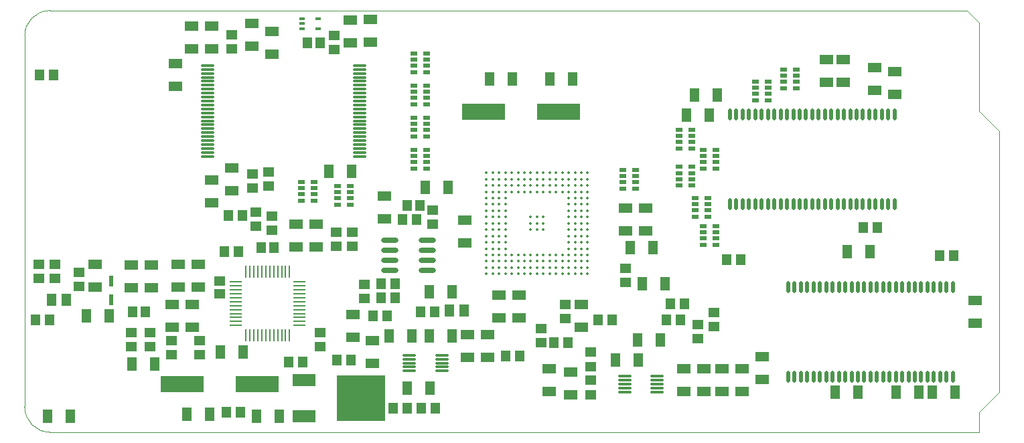
<source format=gtp>
%FSLAX25Y25*%
%MOIN*%
G70*
G01*
G75*
G04 Layer_Color=8421504*
%ADD10C,0.01400*%
%ADD11R,0.11811X0.06299*%
%ADD12R,0.24410X0.22835*%
%ADD13R,0.05118X0.07087*%
%ADD14R,0.03543X0.01969*%
%ADD15O,0.06693X0.01181*%
%ADD16R,0.07087X0.05118*%
%ADD17R,0.04724X0.05512*%
%ADD18R,0.05512X0.04724*%
%ADD19R,0.21654X0.07874*%
%ADD20O,0.02165X0.05906*%
%ADD21O,0.00984X0.06102*%
%ADD22O,0.06102X0.00984*%
%ADD23R,0.02165X0.05709*%
%ADD24R,0.05118X0.05906*%
%ADD25R,0.02756X0.01575*%
%ADD26O,0.08661X0.02362*%
%ADD27C,0.01000*%
%ADD28C,0.00500*%
%ADD29C,0.02000*%
%ADD30C,0.00300*%
%ADD31C,0.07874*%
%ADD32R,0.05906X0.05906*%
%ADD33C,0.05906*%
%ADD34C,0.06000*%
%ADD35C,0.08700*%
%ADD36C,0.07500*%
%ADD37O,0.10000X0.05000*%
%ADD38C,0.03000*%
%ADD39C,0.02000*%
%ADD40C,0.12500*%
%ADD41C,0.04000*%
%ADD42C,0.07400*%
G04:AMPARAMS|DCode=43|XSize=90mil|YSize=90mil|CornerRadius=0mil|HoleSize=0mil|Usage=FLASHONLY|Rotation=0.000|XOffset=0mil|YOffset=0mil|HoleType=Round|Shape=Relief|Width=8mil|Gap=10mil|Entries=4|*
%AMTHD43*
7,0,0,0.09000,0.07000,0.00800,45*
%
%ADD43THD43*%
%ADD44C,0.05943*%
G04:AMPARAMS|DCode=45|XSize=75.433mil|YSize=75.433mil|CornerRadius=0mil|HoleSize=0mil|Usage=FLASHONLY|Rotation=0.000|XOffset=0mil|YOffset=0mil|HoleType=Round|Shape=Relief|Width=8mil|Gap=10mil|Entries=4|*
%AMTHD45*
7,0,0,0.07543,0.05543,0.00800,45*
%
%ADD45THD45*%
%ADD46C,0.07100*%
%ADD47C,0.12400*%
%ADD48C,0.05900*%
%ADD49C,0.08600*%
%ADD50C,0.15200*%
G04:AMPARAMS|DCode=51|XSize=75mil|YSize=75mil|CornerRadius=0mil|HoleSize=0mil|Usage=FLASHONLY|Rotation=0.000|XOffset=0mil|YOffset=0mil|HoleType=Round|Shape=Relief|Width=8mil|Gap=10mil|Entries=4|*
%AMTHD51*
7,0,0,0.07500,0.05500,0.00800,45*
%
%ADD51THD51*%
G04:AMPARAMS|DCode=52|XSize=56mil|YSize=56mil|CornerRadius=0mil|HoleSize=0mil|Usage=FLASHONLY|Rotation=0.000|XOffset=0mil|YOffset=0mil|HoleType=Round|Shape=Relief|Width=8mil|Gap=10mil|Entries=4|*
%AMTHD52*
7,0,0,0.05600,0.03600,0.00800,45*
%
%ADD52THD52*%
%ADD53C,0.04000*%
%ADD54C,0.03400*%
G04:AMPARAMS|DCode=55|XSize=50mil|YSize=50mil|CornerRadius=0mil|HoleSize=0mil|Usage=FLASHONLY|Rotation=0.000|XOffset=0mil|YOffset=0mil|HoleType=Round|Shape=Relief|Width=8mil|Gap=10mil|Entries=4|*
%AMTHD55*
7,0,0,0.05000,0.03000,0.00800,45*
%
%ADD55THD55*%
%ADD56C,0.14900*%
%ADD57R,0.02402X0.09843*%
%ADD58C,0.01969*%
%ADD59C,0.00984*%
%ADD60C,0.02362*%
%ADD61C,0.00394*%
%ADD62C,0.00787*%
D10*
X615197Y254614D02*
D03*
X574252Y242016D02*
D03*
X564803Y254614D02*
D03*
Y251464D02*
D03*
Y248315D02*
D03*
Y245165D02*
D03*
Y242016D02*
D03*
Y238866D02*
D03*
Y235716D02*
D03*
Y232567D02*
D03*
Y229417D02*
D03*
Y226268D02*
D03*
Y223118D02*
D03*
Y219968D02*
D03*
Y216819D02*
D03*
Y213669D02*
D03*
Y210520D02*
D03*
Y207370D02*
D03*
Y204220D02*
D03*
X590000Y254614D02*
D03*
Y251464D02*
D03*
Y248315D02*
D03*
Y245165D02*
D03*
Y232567D02*
D03*
Y229417D02*
D03*
Y226268D02*
D03*
Y213669D02*
D03*
Y210520D02*
D03*
Y207370D02*
D03*
Y204220D02*
D03*
X586850D02*
D03*
Y207370D02*
D03*
Y210520D02*
D03*
Y213669D02*
D03*
Y226268D02*
D03*
Y229417D02*
D03*
Y232567D02*
D03*
Y245165D02*
D03*
Y248315D02*
D03*
Y251464D02*
D03*
Y254614D02*
D03*
X580551D02*
D03*
Y251464D02*
D03*
Y248315D02*
D03*
Y245165D02*
D03*
Y213669D02*
D03*
Y210520D02*
D03*
Y207370D02*
D03*
Y204220D02*
D03*
X583701D02*
D03*
Y207370D02*
D03*
Y210520D02*
D03*
Y213669D02*
D03*
Y245165D02*
D03*
Y248315D02*
D03*
Y251464D02*
D03*
Y254614D02*
D03*
X571102D02*
D03*
Y251464D02*
D03*
Y248315D02*
D03*
Y245165D02*
D03*
Y242016D02*
D03*
Y238866D02*
D03*
Y235716D02*
D03*
Y232567D02*
D03*
Y229417D02*
D03*
Y226268D02*
D03*
Y223118D02*
D03*
Y219968D02*
D03*
Y216819D02*
D03*
Y213669D02*
D03*
Y210520D02*
D03*
Y207370D02*
D03*
Y204220D02*
D03*
X567953D02*
D03*
Y207370D02*
D03*
Y210520D02*
D03*
Y213669D02*
D03*
Y216819D02*
D03*
Y219968D02*
D03*
Y223118D02*
D03*
Y226268D02*
D03*
Y229417D02*
D03*
Y232567D02*
D03*
Y235716D02*
D03*
Y238866D02*
D03*
Y242016D02*
D03*
Y245165D02*
D03*
Y248315D02*
D03*
Y251464D02*
D03*
Y254614D02*
D03*
X574252D02*
D03*
Y251464D02*
D03*
Y248315D02*
D03*
Y245165D02*
D03*
Y238866D02*
D03*
Y235716D02*
D03*
Y232567D02*
D03*
Y229417D02*
D03*
Y226268D02*
D03*
Y223118D02*
D03*
Y219968D02*
D03*
Y216819D02*
D03*
Y213669D02*
D03*
Y210520D02*
D03*
Y207370D02*
D03*
Y204220D02*
D03*
X577402D02*
D03*
Y207370D02*
D03*
Y210520D02*
D03*
Y213669D02*
D03*
Y245165D02*
D03*
Y248315D02*
D03*
Y251464D02*
D03*
Y254614D02*
D03*
X602598D02*
D03*
Y251464D02*
D03*
Y248315D02*
D03*
Y245165D02*
D03*
Y213669D02*
D03*
Y210520D02*
D03*
Y207370D02*
D03*
Y204220D02*
D03*
X599449D02*
D03*
Y207370D02*
D03*
Y210520D02*
D03*
Y213669D02*
D03*
Y245165D02*
D03*
Y248315D02*
D03*
Y251464D02*
D03*
Y254614D02*
D03*
X593150D02*
D03*
Y251464D02*
D03*
Y248315D02*
D03*
Y245165D02*
D03*
Y232567D02*
D03*
Y229417D02*
D03*
Y226268D02*
D03*
Y213669D02*
D03*
Y210520D02*
D03*
Y207370D02*
D03*
Y204220D02*
D03*
X596299D02*
D03*
Y207370D02*
D03*
Y210520D02*
D03*
Y213669D02*
D03*
Y245165D02*
D03*
Y248315D02*
D03*
Y251464D02*
D03*
Y254614D02*
D03*
X608898D02*
D03*
Y251464D02*
D03*
Y248315D02*
D03*
Y245165D02*
D03*
Y242016D02*
D03*
Y238866D02*
D03*
Y235716D02*
D03*
Y232567D02*
D03*
Y229417D02*
D03*
Y226268D02*
D03*
Y223118D02*
D03*
Y219968D02*
D03*
Y216819D02*
D03*
Y213669D02*
D03*
Y210520D02*
D03*
Y207370D02*
D03*
Y204220D02*
D03*
X605748D02*
D03*
Y207370D02*
D03*
Y210520D02*
D03*
Y213669D02*
D03*
Y216819D02*
D03*
Y219968D02*
D03*
Y223118D02*
D03*
Y226268D02*
D03*
Y229417D02*
D03*
Y232567D02*
D03*
Y235716D02*
D03*
Y238866D02*
D03*
Y242016D02*
D03*
Y245165D02*
D03*
Y248315D02*
D03*
Y251464D02*
D03*
Y254614D02*
D03*
X612047D02*
D03*
Y251464D02*
D03*
Y248315D02*
D03*
Y245165D02*
D03*
Y242016D02*
D03*
Y238866D02*
D03*
Y235716D02*
D03*
Y232567D02*
D03*
Y229417D02*
D03*
Y226268D02*
D03*
Y223118D02*
D03*
Y219968D02*
D03*
Y216819D02*
D03*
Y213669D02*
D03*
Y210520D02*
D03*
Y207370D02*
D03*
Y204220D02*
D03*
X615197D02*
D03*
Y207370D02*
D03*
Y210520D02*
D03*
Y213669D02*
D03*
Y216819D02*
D03*
Y219968D02*
D03*
Y223118D02*
D03*
Y226268D02*
D03*
Y229417D02*
D03*
Y232567D02*
D03*
Y235716D02*
D03*
Y238866D02*
D03*
Y242016D02*
D03*
Y245165D02*
D03*
Y248315D02*
D03*
Y251464D02*
D03*
D11*
X474000Y151472D02*
D03*
Y133362D02*
D03*
D12*
X502347Y142417D02*
D03*
D13*
X346291Y133417D02*
D03*
X357709D02*
D03*
X525291Y147417D02*
D03*
X536709D02*
D03*
X607709Y301417D02*
D03*
X596291D02*
D03*
X577709D02*
D03*
X566291D02*
D03*
X629000Y161417D02*
D03*
X640417D02*
D03*
X640000Y171417D02*
D03*
X651417D02*
D03*
X527709Y173417D02*
D03*
X516291D02*
D03*
X536291D02*
D03*
X547709D02*
D03*
X534291Y247417D02*
D03*
X545709D02*
D03*
X647709Y217417D02*
D03*
X636291D02*
D03*
X653709Y199417D02*
D03*
X642291D02*
D03*
X547709Y195417D02*
D03*
X536291D02*
D03*
X415791Y134417D02*
D03*
X427209D02*
D03*
X432291Y165417D02*
D03*
X443709D02*
D03*
X497709Y255417D02*
D03*
X486291D02*
D03*
X664291Y283417D02*
D03*
X675709D02*
D03*
X668291Y293417D02*
D03*
X679709D02*
D03*
X744291Y215417D02*
D03*
X755709D02*
D03*
X461709Y133417D02*
D03*
X450291D02*
D03*
X749709Y145417D02*
D03*
X738291D02*
D03*
X786791D02*
D03*
X798209D02*
D03*
X768791D02*
D03*
X780209D02*
D03*
X388291Y159417D02*
D03*
X399709D02*
D03*
X365791Y183417D02*
D03*
X377209D02*
D03*
D14*
X675150Y232693D02*
D03*
Y242142D02*
D03*
X668850D02*
D03*
Y232693D02*
D03*
Y238992D02*
D03*
Y235842D02*
D03*
X675150Y238992D02*
D03*
Y235842D02*
D03*
X679150Y218693D02*
D03*
Y228142D02*
D03*
X672850D02*
D03*
Y218693D02*
D03*
Y224992D02*
D03*
Y221842D02*
D03*
X679150Y224992D02*
D03*
Y221842D02*
D03*
X638950Y246693D02*
D03*
Y256142D02*
D03*
X632650D02*
D03*
Y246693D02*
D03*
Y252992D02*
D03*
Y249842D02*
D03*
X638950Y252992D02*
D03*
Y249842D02*
D03*
X667150Y266693D02*
D03*
Y276142D02*
D03*
X660850D02*
D03*
Y266693D02*
D03*
Y272992D02*
D03*
Y269842D02*
D03*
X667150Y272992D02*
D03*
Y269842D02*
D03*
X679150Y256693D02*
D03*
Y266142D02*
D03*
X672850D02*
D03*
Y256693D02*
D03*
Y262992D02*
D03*
Y259842D02*
D03*
X679150Y262992D02*
D03*
Y259842D02*
D03*
X667150Y248193D02*
D03*
Y257642D02*
D03*
X660850D02*
D03*
Y248193D02*
D03*
Y254492D02*
D03*
Y251342D02*
D03*
X667150Y254492D02*
D03*
Y251342D02*
D03*
X705150Y290693D02*
D03*
Y300142D02*
D03*
X698850D02*
D03*
Y290693D02*
D03*
Y296992D02*
D03*
Y293842D02*
D03*
X705150Y296992D02*
D03*
Y293842D02*
D03*
X719150Y296693D02*
D03*
Y306142D02*
D03*
X712850D02*
D03*
Y296693D02*
D03*
Y302992D02*
D03*
Y299842D02*
D03*
X719150Y302992D02*
D03*
Y299842D02*
D03*
X528850Y314142D02*
D03*
Y304693D02*
D03*
X535150D02*
D03*
Y314142D02*
D03*
Y307842D02*
D03*
Y310992D02*
D03*
X528850Y307842D02*
D03*
Y310992D02*
D03*
Y266142D02*
D03*
Y256693D02*
D03*
X535150D02*
D03*
Y266142D02*
D03*
Y259842D02*
D03*
Y262992D02*
D03*
X528850Y259842D02*
D03*
Y262992D02*
D03*
Y298142D02*
D03*
Y288693D02*
D03*
X535150D02*
D03*
Y298142D02*
D03*
Y291842D02*
D03*
Y294992D02*
D03*
X528850Y291842D02*
D03*
Y294992D02*
D03*
Y282142D02*
D03*
Y272693D02*
D03*
X535150D02*
D03*
Y282142D02*
D03*
Y275842D02*
D03*
Y278992D02*
D03*
X528850Y275842D02*
D03*
Y278992D02*
D03*
X472850Y250142D02*
D03*
Y240693D02*
D03*
X479150D02*
D03*
Y250142D02*
D03*
Y243842D02*
D03*
Y246992D02*
D03*
X472850Y243842D02*
D03*
Y246992D02*
D03*
X490850Y248142D02*
D03*
Y238693D02*
D03*
X497150D02*
D03*
Y248142D02*
D03*
Y241842D02*
D03*
Y244992D02*
D03*
X490850Y241842D02*
D03*
Y244992D02*
D03*
D15*
X633638Y153354D02*
D03*
Y151386D02*
D03*
Y149417D02*
D03*
Y147449D02*
D03*
Y145480D02*
D03*
X649780Y153354D02*
D03*
Y151386D02*
D03*
Y149417D02*
D03*
Y147449D02*
D03*
Y145480D02*
D03*
X426205Y308055D02*
D03*
Y306087D02*
D03*
Y304118D02*
D03*
Y302149D02*
D03*
Y300181D02*
D03*
Y298212D02*
D03*
Y296244D02*
D03*
Y294275D02*
D03*
Y292307D02*
D03*
Y290338D02*
D03*
Y288370D02*
D03*
Y286401D02*
D03*
Y284433D02*
D03*
Y282464D02*
D03*
Y280496D02*
D03*
Y278527D02*
D03*
Y276559D02*
D03*
Y274590D02*
D03*
Y272622D02*
D03*
Y270653D02*
D03*
Y268685D02*
D03*
Y266716D02*
D03*
Y264748D02*
D03*
Y262779D02*
D03*
X501795Y308055D02*
D03*
Y306087D02*
D03*
Y304118D02*
D03*
Y302149D02*
D03*
Y300181D02*
D03*
Y298212D02*
D03*
Y296244D02*
D03*
Y294275D02*
D03*
Y292307D02*
D03*
Y290338D02*
D03*
Y288370D02*
D03*
Y286401D02*
D03*
Y284433D02*
D03*
Y282464D02*
D03*
Y280496D02*
D03*
Y278527D02*
D03*
Y276559D02*
D03*
Y274590D02*
D03*
Y272622D02*
D03*
Y270653D02*
D03*
Y268685D02*
D03*
Y266716D02*
D03*
Y264748D02*
D03*
Y262779D02*
D03*
X526429Y163768D02*
D03*
Y161799D02*
D03*
Y159831D02*
D03*
Y157862D02*
D03*
Y155894D02*
D03*
X542571Y163768D02*
D03*
Y161799D02*
D03*
Y159831D02*
D03*
Y157862D02*
D03*
Y155894D02*
D03*
D16*
X663209Y157126D02*
D03*
Y145709D02*
D03*
X673209Y157126D02*
D03*
Y145709D02*
D03*
X565500Y174039D02*
D03*
Y162622D02*
D03*
X555500Y174039D02*
D03*
Y162622D02*
D03*
X508000Y159709D02*
D03*
Y171126D02*
D03*
X612000Y189126D02*
D03*
Y177709D02*
D03*
X634000Y237126D02*
D03*
Y225709D02*
D03*
X644000Y237126D02*
D03*
Y225709D02*
D03*
X458000Y325126D02*
D03*
Y313709D02*
D03*
X448000Y329126D02*
D03*
Y317709D02*
D03*
X418000Y327626D02*
D03*
Y316209D02*
D03*
X596000Y157126D02*
D03*
Y145709D02*
D03*
X428000Y327626D02*
D03*
Y316209D02*
D03*
X514000Y243126D02*
D03*
Y231709D02*
D03*
X438000Y257126D02*
D03*
Y245708D02*
D03*
X507000Y331126D02*
D03*
Y319709D02*
D03*
X497000Y330626D02*
D03*
Y319209D02*
D03*
X768000Y305126D02*
D03*
Y293709D02*
D03*
X758000Y307126D02*
D03*
Y295709D02*
D03*
X742300Y311126D02*
D03*
Y299709D02*
D03*
X734000Y311126D02*
D03*
Y299709D02*
D03*
X480000Y229126D02*
D03*
Y217709D02*
D03*
X498500Y184126D02*
D03*
Y172709D02*
D03*
X470000Y229126D02*
D03*
Y217709D02*
D03*
X398000Y208626D02*
D03*
Y197209D02*
D03*
X388000Y208626D02*
D03*
Y197209D02*
D03*
X408500Y189126D02*
D03*
Y177708D02*
D03*
X421500Y209126D02*
D03*
Y197709D02*
D03*
X411500Y209126D02*
D03*
Y197709D02*
D03*
X418500Y189126D02*
D03*
Y177708D02*
D03*
X370000Y209126D02*
D03*
Y197709D02*
D03*
X554000Y231126D02*
D03*
Y219709D02*
D03*
X808000Y191126D02*
D03*
Y179709D02*
D03*
X702000Y163126D02*
D03*
Y151709D02*
D03*
X692000Y157126D02*
D03*
Y145709D02*
D03*
X682000Y157126D02*
D03*
Y145709D02*
D03*
X581000Y193626D02*
D03*
Y182209D02*
D03*
X571000Y193626D02*
D03*
Y182209D02*
D03*
X606709Y155417D02*
D03*
Y144000D02*
D03*
X410000Y297709D02*
D03*
Y309126D02*
D03*
X428000Y251126D02*
D03*
Y239708D02*
D03*
D17*
X539543Y137417D02*
D03*
X532457D02*
D03*
X436457Y233417D02*
D03*
X443543D02*
D03*
X620457Y181417D02*
D03*
X627543D02*
D03*
X525543Y137417D02*
D03*
X518457D02*
D03*
X522957Y231417D02*
D03*
X530043D02*
D03*
X525351Y238417D02*
D03*
X531650D02*
D03*
X347543Y181417D02*
D03*
X340457D02*
D03*
X532000Y185417D02*
D03*
X539087D02*
D03*
X342457Y303417D02*
D03*
X349543D02*
D03*
X441543Y215417D02*
D03*
X434457D02*
D03*
X475850Y319417D02*
D03*
X482150D02*
D03*
X663543Y189417D02*
D03*
X656457D02*
D03*
X661543Y181417D02*
D03*
X654457D02*
D03*
X519543Y199417D02*
D03*
X512457D02*
D03*
Y192417D02*
D03*
X519543D02*
D03*
X452850Y217417D02*
D03*
X459150D02*
D03*
X395150Y185417D02*
D03*
X388850D02*
D03*
X435457Y135417D02*
D03*
X442543D02*
D03*
X466457Y160417D02*
D03*
X473543D02*
D03*
X490457Y161417D02*
D03*
X497543D02*
D03*
X797543Y213417D02*
D03*
X790457D02*
D03*
X752457Y227417D02*
D03*
X759543D02*
D03*
X605543Y170000D02*
D03*
X598457D02*
D03*
X691543Y211417D02*
D03*
X684457D02*
D03*
X574457Y163417D02*
D03*
X581543D02*
D03*
X508457Y183417D02*
D03*
X515543D02*
D03*
D18*
X604000Y188961D02*
D03*
Y181874D02*
D03*
X616709Y158165D02*
D03*
Y165252D02*
D03*
X350000Y208961D02*
D03*
Y201874D02*
D03*
X490000Y224960D02*
D03*
Y217874D02*
D03*
X498000Y224960D02*
D03*
Y217874D02*
D03*
X489000Y322961D02*
D03*
Y315874D02*
D03*
X670000Y171874D02*
D03*
Y178961D02*
D03*
X678000Y177874D02*
D03*
Y184961D02*
D03*
X482000Y174960D02*
D03*
Y167874D02*
D03*
X504000Y198960D02*
D03*
Y191874D02*
D03*
X432000Y194268D02*
D03*
Y200567D02*
D03*
X592000Y176961D02*
D03*
Y169874D02*
D03*
X634000Y206961D02*
D03*
Y199874D02*
D03*
X342000Y208960D02*
D03*
Y201874D02*
D03*
X362000Y204960D02*
D03*
Y197874D02*
D03*
X456500Y254960D02*
D03*
Y247874D02*
D03*
X448500Y253960D02*
D03*
Y246874D02*
D03*
X438000Y316374D02*
D03*
Y323461D02*
D03*
X616709Y144165D02*
D03*
Y151252D02*
D03*
X450000Y234961D02*
D03*
Y227874D02*
D03*
X538000Y235961D02*
D03*
Y228874D02*
D03*
X458000Y225874D02*
D03*
Y232961D02*
D03*
X422000Y170960D02*
D03*
Y163874D02*
D03*
X408000Y170960D02*
D03*
Y163874D02*
D03*
X397500Y174960D02*
D03*
Y167874D02*
D03*
X388000Y174960D02*
D03*
Y167874D02*
D03*
D19*
X563299Y284917D02*
D03*
X600701D02*
D03*
X413299Y149417D02*
D03*
X450701D02*
D03*
D20*
X796945Y197661D02*
D03*
X793795D02*
D03*
X790646D02*
D03*
X787496D02*
D03*
X784346D02*
D03*
X781197D02*
D03*
X778047D02*
D03*
X774898D02*
D03*
X771748D02*
D03*
X768598D02*
D03*
X765449D02*
D03*
X762299D02*
D03*
X759150D02*
D03*
X756000D02*
D03*
X752850D02*
D03*
X749701D02*
D03*
X746551D02*
D03*
X743402D02*
D03*
X740252D02*
D03*
X737102D02*
D03*
X733953D02*
D03*
X730803D02*
D03*
X727654D02*
D03*
X724504D02*
D03*
X721354D02*
D03*
X718205D02*
D03*
X715055D02*
D03*
X796945Y153173D02*
D03*
X793795D02*
D03*
X790646D02*
D03*
X787496D02*
D03*
X784346D02*
D03*
X781197D02*
D03*
X778047D02*
D03*
X774898D02*
D03*
X771748D02*
D03*
X768598D02*
D03*
X765449D02*
D03*
X762299D02*
D03*
X759150D02*
D03*
X756000D02*
D03*
X752850D02*
D03*
X749701D02*
D03*
X746551D02*
D03*
X743402D02*
D03*
X740252D02*
D03*
X737102D02*
D03*
X733953D02*
D03*
X730803D02*
D03*
X727654D02*
D03*
X724504D02*
D03*
X721354D02*
D03*
X718205D02*
D03*
X715055D02*
D03*
X767945Y283661D02*
D03*
X764795D02*
D03*
X761646D02*
D03*
X758496D02*
D03*
X755346D02*
D03*
X752197D02*
D03*
X749047D02*
D03*
X745898D02*
D03*
X742748D02*
D03*
X739598D02*
D03*
X736449D02*
D03*
X733299D02*
D03*
X730150D02*
D03*
X727000D02*
D03*
X723850D02*
D03*
X720701D02*
D03*
X717551D02*
D03*
X714402D02*
D03*
X711252D02*
D03*
X708102D02*
D03*
X704953D02*
D03*
X701803D02*
D03*
X698654D02*
D03*
X695504D02*
D03*
X692354D02*
D03*
X689205D02*
D03*
X686055D02*
D03*
X767945Y239173D02*
D03*
X764795D02*
D03*
X761646D02*
D03*
X758496D02*
D03*
X755346D02*
D03*
X752197D02*
D03*
X749047D02*
D03*
X745898D02*
D03*
X742748D02*
D03*
X739598D02*
D03*
X736449D02*
D03*
X733299D02*
D03*
X730150D02*
D03*
X727000D02*
D03*
X723850D02*
D03*
X720701D02*
D03*
X717551D02*
D03*
X714402D02*
D03*
X711252D02*
D03*
X708102D02*
D03*
X704953D02*
D03*
X701803D02*
D03*
X698654D02*
D03*
X695504D02*
D03*
X692354D02*
D03*
X689205D02*
D03*
X686055D02*
D03*
D21*
X445173Y205264D02*
D03*
X447142D02*
D03*
X449110D02*
D03*
X451079D02*
D03*
X453047D02*
D03*
X455016D02*
D03*
X456984D02*
D03*
X458953D02*
D03*
X460921D02*
D03*
X462890D02*
D03*
X464858D02*
D03*
X466827D02*
D03*
Y173571D02*
D03*
X464858D02*
D03*
X462890D02*
D03*
X460921D02*
D03*
X458953D02*
D03*
X456984D02*
D03*
X455016D02*
D03*
X453047D02*
D03*
X451079D02*
D03*
X449110D02*
D03*
X447142D02*
D03*
X445173D02*
D03*
D22*
X471846Y200244D02*
D03*
Y198275D02*
D03*
Y196307D02*
D03*
Y194338D02*
D03*
Y192370D02*
D03*
Y190401D02*
D03*
Y188433D02*
D03*
Y186464D02*
D03*
Y184496D02*
D03*
Y182527D02*
D03*
Y180559D02*
D03*
Y178590D02*
D03*
X440154D02*
D03*
Y180559D02*
D03*
Y182527D02*
D03*
Y184496D02*
D03*
Y186464D02*
D03*
Y188433D02*
D03*
Y190401D02*
D03*
Y192370D02*
D03*
Y194338D02*
D03*
Y196307D02*
D03*
Y198275D02*
D03*
Y200244D02*
D03*
D23*
X378000Y200543D02*
D03*
Y191291D02*
D03*
D24*
X348260Y191417D02*
D03*
X355740D02*
D03*
X546260Y186000D02*
D03*
X553740D02*
D03*
D25*
X472965Y331477D02*
D03*
Y328918D02*
D03*
Y326359D02*
D03*
X481036D02*
D03*
Y331477D02*
D03*
D26*
X516551Y220917D02*
D03*
Y215917D02*
D03*
Y210917D02*
D03*
Y205917D02*
D03*
X535449Y220917D02*
D03*
Y215917D02*
D03*
Y210917D02*
D03*
Y205917D02*
D03*
D30*
X347500Y335417D02*
G03*
X335000Y322917I0J-12500D01*
G01*
Y137917D02*
G03*
X347500Y125417I12500J0D01*
G01*
X810000Y285417D02*
Y329417D01*
X347500Y335417D02*
X804000D01*
X810000Y329417D01*
X335000Y137917D02*
Y322917D01*
X347500Y125417D02*
X810000D01*
Y135417D02*
X820000Y145417D01*
Y275417D01*
X810000Y285417D02*
X820000Y275417D01*
X810000Y125417D02*
Y135417D01*
M02*

</source>
